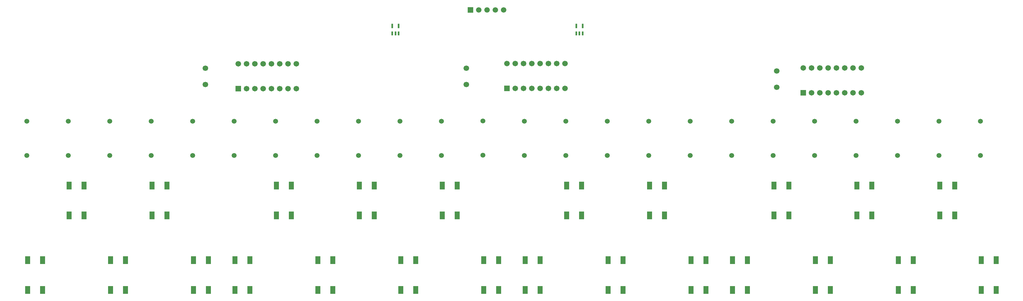
<source format=gts>
G04 Layer: TopSolderMaskLayer*
G04 EasyEDA v6.5.43, 2024-08-21 17:52:12*
G04 cb6e2e9fbd21486d88ae5690d2d3dc00,10*
G04 Gerber Generator version 0.2*
G04 Scale: 100 percent, Rotated: No, Reflected: No *
G04 Dimensions in millimeters *
G04 leading zeros omitted , absolute positions ,4 integer and 5 decimal *
%FSLAX45Y45*%
%MOMM*%

%AMMACRO1*4,1,8,-0.7711,-1.2008,-0.8008,-1.171,-0.8008,1.1711,-0.7711,1.2008,0.771,1.2008,0.8008,1.1711,0.8008,-1.171,0.771,-1.2008,-0.7711,-1.2008,0*%
%AMMACRO2*4,1,8,-0.8211,-0.8508,-0.8508,-0.821,-0.8508,0.8211,-0.8211,0.8508,0.821,0.8508,0.8508,0.8211,0.8508,-0.821,0.821,-0.8508,-0.8211,-0.8508,0*%
%AMMACRO3*4,1,8,-0.2661,-0.6293,-0.2958,-0.5995,-0.2958,0.5996,-0.2661,0.6293,0.266,0.6293,0.2958,0.5996,0.2958,-0.5995,0.266,-0.6293,-0.2661,-0.6293,0*%
%AMMACRO4*4,1,8,-0.2661,-0.6383,-0.2958,-0.6085,-0.2958,0.6086,-0.2661,0.6383,0.266,0.6383,0.2958,0.6086,0.2958,-0.6085,0.266,-0.6383,-0.2661,-0.6383,0*%
%AMMACRO5*4,1,8,-0.8085,-0.8382,-0.8382,-0.8084,-0.8382,0.8085,-0.8085,0.8382,0.8084,0.8382,0.8382,0.8085,0.8382,-0.8084,0.8084,-0.8382,-0.8085,-0.8382,0*%
%ADD10C,1.7000*%
%ADD11MACRO1*%
%ADD12C,1.7016*%
%ADD13MACRO2*%
%ADD14MACRO3*%
%ADD15MACRO4*%
%ADD16C,1.6764*%
%ADD17MACRO5*%
%ADD18C,1.5016*%
%ADD19C,1.5020*%

%LPD*%
D10*
G01*
X5981700Y4322013D03*
G01*
X5981700Y4822012D03*
G01*
X13970000Y4322013D03*
G01*
X13970000Y4822012D03*
D11*
G01*
X9877005Y-1069009D03*
G01*
X9876980Y-1978990D03*
G01*
X9426994Y-1069009D03*
G01*
X9426994Y-1978990D03*
G01*
X11147005Y1216990D03*
G01*
X11146980Y307009D03*
G01*
X10696994Y1216990D03*
G01*
X10696994Y307009D03*
G01*
X12417005Y-1069009D03*
G01*
X12416980Y-1978990D03*
G01*
X11966994Y-1069009D03*
G01*
X11966994Y-1978990D03*
G01*
X13687005Y1216990D03*
G01*
X13686980Y307009D03*
G01*
X13236994Y1216990D03*
G01*
X13236994Y307009D03*
G01*
X14957005Y-1069009D03*
G01*
X14956980Y-1978990D03*
G01*
X14506994Y-1069009D03*
G01*
X14506994Y-1978990D03*
G01*
X16227005Y-1069009D03*
G01*
X16226980Y-1978990D03*
G01*
X15776994Y-1069009D03*
G01*
X15776994Y-1978990D03*
G01*
X17497005Y1216990D03*
G01*
X17496980Y307009D03*
G01*
X17046994Y1216990D03*
G01*
X17046994Y307009D03*
G01*
X18767005Y-1069009D03*
G01*
X18766980Y-1978990D03*
G01*
X18316994Y-1069009D03*
G01*
X18316994Y-1978990D03*
G01*
X20037005Y1216990D03*
G01*
X20036980Y307009D03*
G01*
X19586994Y1216990D03*
G01*
X19586994Y307009D03*
G01*
X21307005Y-1069009D03*
G01*
X21306980Y-1978990D03*
G01*
X20856994Y-1069009D03*
G01*
X20856994Y-1978990D03*
G01*
X22577005Y-1069009D03*
G01*
X22576980Y-1978990D03*
G01*
X22126994Y-1069009D03*
G01*
X22126994Y-1978990D03*
G01*
X23847005Y1216990D03*
G01*
X23846980Y307009D03*
G01*
X23396994Y1216990D03*
G01*
X23396994Y307009D03*
G01*
X25117005Y-1069009D03*
G01*
X25116980Y-1978990D03*
G01*
X24666994Y-1069009D03*
G01*
X24666994Y-1978990D03*
G01*
X26386952Y1216990D03*
G01*
X26386927Y307009D03*
G01*
X25936940Y1216990D03*
G01*
X25936940Y307009D03*
G01*
X27656950Y-1069009D03*
G01*
X27656924Y-1978990D03*
G01*
X27206938Y-1069009D03*
G01*
X27206938Y-1978990D03*
G01*
X28926947Y1216990D03*
G01*
X28926922Y307009D03*
G01*
X28476935Y1216990D03*
G01*
X28476935Y307009D03*
G01*
X30196944Y-1069009D03*
G01*
X30196919Y-1978990D03*
G01*
X29746933Y-1069009D03*
G01*
X29746933Y-1978990D03*
G01*
X987005Y-1069009D03*
G01*
X986980Y-1978990D03*
G01*
X536994Y-1069009D03*
G01*
X536994Y-1978990D03*
G01*
X2257005Y1216990D03*
G01*
X2256980Y307009D03*
G01*
X1806994Y1216990D03*
G01*
X1806994Y307009D03*
G01*
X3527005Y-1069009D03*
G01*
X3526980Y-1978990D03*
G01*
X3076994Y-1069009D03*
G01*
X3076994Y-1978990D03*
G01*
X4797005Y1216990D03*
G01*
X4796980Y307009D03*
G01*
X4346994Y1216990D03*
G01*
X4346994Y307009D03*
G01*
X6067005Y-1069009D03*
G01*
X6066980Y-1978990D03*
G01*
X5616994Y-1069009D03*
G01*
X5616994Y-1978990D03*
G01*
X7337005Y-1069009D03*
G01*
X7336980Y-1978990D03*
G01*
X6886994Y-1069009D03*
G01*
X6886994Y-1978990D03*
G01*
X8607005Y1216990D03*
G01*
X8606980Y307009D03*
G01*
X8156994Y1216990D03*
G01*
X8156994Y307009D03*
D10*
G01*
X23482300Y4233113D03*
G01*
X23482300Y4733112D03*
D12*
G01*
X6985000Y4953000D03*
G01*
X7239000Y4953000D03*
G01*
X7493000Y4953000D03*
G01*
X7747000Y4953000D03*
G01*
X8001000Y4953000D03*
G01*
X8255000Y4953000D03*
G01*
X8509000Y4953000D03*
G01*
X8763000Y4953000D03*
G01*
X8763000Y4191000D03*
G01*
X8509000Y4191000D03*
G01*
X8255000Y4191000D03*
G01*
X8001000Y4191000D03*
G01*
X7747000Y4191000D03*
G01*
X7493000Y4191000D03*
G01*
X7239000Y4191000D03*
D13*
G01*
X6984992Y4191002D03*
D12*
G01*
X15214600Y4965700D03*
G01*
X15468600Y4965700D03*
G01*
X15722600Y4965700D03*
G01*
X15976600Y4965700D03*
G01*
X16230600Y4965700D03*
G01*
X16484600Y4965700D03*
G01*
X16738600Y4965700D03*
G01*
X16992600Y4965700D03*
G01*
X16992600Y4203700D03*
G01*
X16738600Y4203700D03*
G01*
X16484600Y4203700D03*
G01*
X16230600Y4203700D03*
G01*
X15976600Y4203700D03*
G01*
X15722600Y4203700D03*
G01*
X15468600Y4203700D03*
D13*
G01*
X15214592Y4203702D03*
D12*
G01*
X24295100Y4826000D03*
G01*
X24549100Y4826000D03*
G01*
X24803100Y4826000D03*
G01*
X25057100Y4826000D03*
G01*
X25311100Y4826000D03*
G01*
X25565100Y4826000D03*
G01*
X25819100Y4826000D03*
G01*
X26073100Y4826000D03*
G01*
X26073100Y4064000D03*
G01*
X25819100Y4064000D03*
G01*
X25565100Y4064000D03*
G01*
X25311100Y4064000D03*
G01*
X25057100Y4064000D03*
G01*
X24803100Y4064000D03*
G01*
X24549100Y4064000D03*
D13*
G01*
X24295092Y4064002D03*
D14*
G01*
X17342104Y5884621D03*
G01*
X17437100Y5884621D03*
G01*
X17532095Y5884621D03*
D15*
G01*
X17532095Y6115354D03*
G01*
X17342104Y6115354D03*
D14*
G01*
X11704980Y5884621D03*
G01*
X11799976Y5884621D03*
G01*
X11894972Y5884621D03*
D15*
G01*
X11894972Y6115354D03*
G01*
X11704980Y6115354D03*
D16*
G01*
X15113000Y6604000D03*
G01*
X14859000Y6604000D03*
G01*
X14605000Y6604000D03*
G01*
X14351000Y6604000D03*
D17*
G01*
X14097000Y6604000D03*
D18*
G01*
X10668000Y3191992D03*
G01*
X10668000Y2142007D03*
G01*
X11938000Y3191992D03*
G01*
X11938000Y2142007D03*
G01*
X13208000Y3191992D03*
G01*
X13208000Y2142007D03*
G01*
X14478000Y3204692D03*
G01*
X14478000Y2154707D03*
G01*
X15748000Y3191992D03*
G01*
X15748000Y2142007D03*
G01*
X17018000Y3191992D03*
G01*
X17018000Y2142007D03*
G01*
X18288000Y3191992D03*
G01*
X18288000Y2142007D03*
G01*
X19558000Y3191992D03*
G01*
X19558000Y2142007D03*
G01*
X20828000Y3191992D03*
G01*
X20828000Y2142007D03*
G01*
X22098000Y3191992D03*
G01*
X22098000Y2142007D03*
G01*
X23368000Y3191992D03*
G01*
X23368000Y2142007D03*
G01*
X24638000Y3191992D03*
G01*
X24638000Y2142007D03*
G01*
X25907949Y3191992D03*
G01*
X25907949Y2142007D03*
G01*
X27177946Y3191992D03*
G01*
X27177946Y2142007D03*
G01*
X28447944Y3191987D03*
G01*
X28447944Y2142002D03*
G01*
X29717941Y3191987D03*
G01*
X29717941Y2142002D03*
D19*
G01*
X8127974Y2141981D03*
G01*
X8127974Y3191992D03*
G01*
X6858000Y2141981D03*
G01*
X6858000Y3191992D03*
G01*
X5588000Y2141981D03*
G01*
X5588000Y3191992D03*
G01*
X4318000Y2141981D03*
G01*
X4318000Y3191992D03*
G01*
X3047994Y2141981D03*
G01*
X3047994Y3191992D03*
G01*
X1778000Y2141981D03*
G01*
X1778000Y3191992D03*
G01*
X508000Y2141981D03*
G01*
X508000Y3191992D03*
G01*
X9397956Y2141981D03*
G01*
X9397956Y3191992D03*
M02*

</source>
